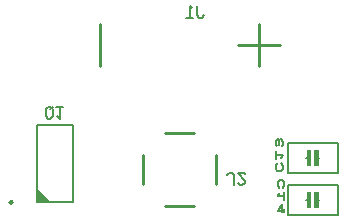
<source format=gbr>
G04 Generated by Ultiboard 13.0 *
%FSLAX24Y24*%
%MOIN*%

%ADD10C,0.0001*%
%ADD11C,0.0061*%
%ADD12C,0.0100*%
%ADD13C,0.0080*%
%ADD14C,0.0079*%
%ADD15C,0.0098*%


G04 ColorRGB FF14FF for the following layer *
%LNSilkscreen Bottom*%
%LPD*%
G54D10*
G54D11*
X-20461Y8203D02*
X-20382Y8282D01*
X-20304Y8282D01*
X-20226Y8203D01*
X-20226Y7888D01*
X-20108Y7967D02*
X-20030Y7888D01*
X-19951Y7888D01*
X-19873Y7967D01*
X-19873Y8006D01*
X-20108Y8282D01*
X-19873Y8282D01*
X-19873Y8243D01*
X-26514Y10411D02*
X-26435Y10490D01*
X-26357Y10490D01*
X-26278Y10411D01*
X-26278Y10175D01*
X-26357Y10096D01*
X-26435Y10096D01*
X-26514Y10175D01*
X-26514Y10411D01*
X-26357Y10411D02*
X-26278Y10490D01*
X-26122Y10175D02*
X-26043Y10096D01*
X-26043Y10490D01*
X-26161Y10490D02*
X-25926Y10490D01*
X-21234Y13546D02*
X-21312Y13467D01*
X-21390Y13467D01*
X-21469Y13546D01*
X-21469Y13861D01*
X-21626Y13782D02*
X-21704Y13861D01*
X-21704Y13467D01*
X-21586Y13467D02*
X-21822Y13467D01*
G54D12*
X-21552Y9622D02*
X-22536Y9622D01*
X-21552Y7178D02*
X-22536Y7178D01*
X-20821Y8892D02*
X-20821Y7908D01*
X-23266Y8892D02*
X-23266Y7908D01*
X-18688Y12541D02*
X-20088Y12541D01*
X-19388Y13241D02*
X-19388Y11841D01*
X-24688Y13241D02*
X-24688Y11841D01*
G54D13*
X-18596Y7789D02*
X-18551Y7878D01*
X-18551Y7967D01*
X-18596Y8056D01*
X-18732Y8056D01*
X-18777Y7967D01*
X-18777Y7878D01*
X-18732Y7789D01*
X-18732Y7611D02*
X-18777Y7522D01*
X-18551Y7522D01*
X-18551Y7656D02*
X-18551Y7389D01*
X-18642Y6989D02*
X-18642Y7256D01*
X-18777Y7033D01*
X-18551Y7033D01*
X-18551Y7078D02*
X-18551Y6989D01*
X-16767Y7900D02*
X-18433Y7900D01*
X-18433Y6900D02*
X-16767Y6900D01*
X-18433Y7900D02*
X-18433Y6900D01*
X-17767Y7400D02*
X-17816Y7400D01*
X-16767Y6900D02*
X-16767Y7900D01*
X-17683Y7150D02*
X-17683Y7650D01*
X-17767Y7150D02*
X-17767Y7650D01*
X-17733Y7150D02*
X-17733Y7650D01*
X-17433Y7650D02*
X-17433Y7150D01*
X-17517Y7650D02*
X-17517Y7150D01*
X-17483Y7150D02*
X-17483Y7650D01*
X-17433Y7400D02*
X-17393Y7400D01*
X-18787Y8611D02*
X-18832Y8522D01*
X-18832Y8433D01*
X-18787Y8344D01*
X-18651Y8344D01*
X-18606Y8433D01*
X-18606Y8522D01*
X-18651Y8611D01*
X-18651Y8789D02*
X-18606Y8878D01*
X-18832Y8878D01*
X-18832Y8744D02*
X-18832Y9011D01*
X-18629Y9189D02*
X-18606Y9233D01*
X-18606Y9322D01*
X-18651Y9411D01*
X-18696Y9411D01*
X-18719Y9367D01*
X-18742Y9411D01*
X-18787Y9411D01*
X-18832Y9322D01*
X-18832Y9233D01*
X-18810Y9189D01*
X-18719Y9233D02*
X-18719Y9367D01*
X-16767Y9300D02*
X-18433Y9300D01*
X-18433Y8300D02*
X-16767Y8300D01*
X-18433Y9300D02*
X-18433Y8300D01*
X-17767Y8800D02*
X-17816Y8800D01*
X-16767Y8300D02*
X-16767Y9300D01*
X-17683Y8550D02*
X-17683Y9050D01*
X-17767Y8550D02*
X-17767Y9050D01*
X-17733Y8550D02*
X-17733Y9050D01*
X-17433Y9050D02*
X-17433Y8550D01*
X-17517Y9050D02*
X-17517Y8550D01*
X-17483Y8550D02*
X-17483Y9050D01*
X-17433Y8800D02*
X-17393Y8800D01*
G54D14*
X-26791Y9880D02*
X-25609Y9880D01*
X-25609Y7320D02*
X-26791Y7320D01*
X-26791Y9880D01*
X-26712Y7320D02*
X-26791Y7399D01*
X-26633Y7320D02*
X-26791Y7478D01*
X-26554Y7320D02*
X-26791Y7557D01*
X-26476Y7320D02*
X-26791Y7635D01*
X-26397Y7320D02*
X-26791Y7714D01*
X-25609Y9880D02*
X-25609Y7320D01*
G54D15*
X-27706Y7301D02*
G75*
D01*
G02X-27706Y7301I49J0*
G01*

M02*

</source>
